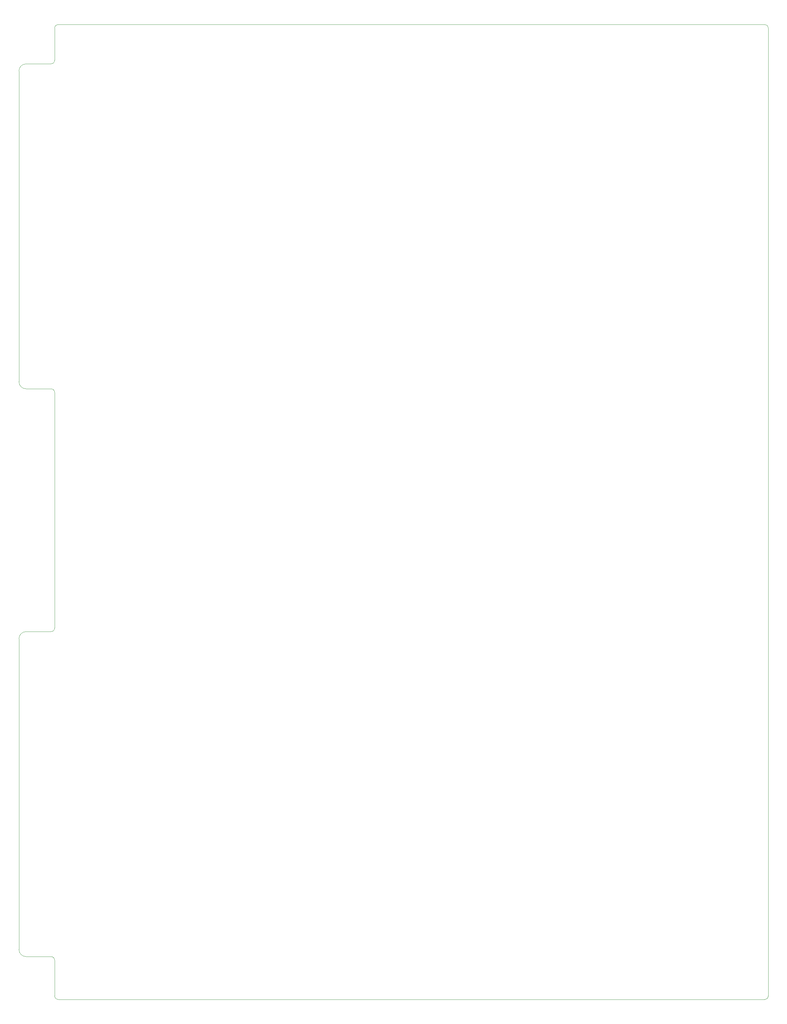
<source format=gm1>
G04 #@! TF.GenerationSoftware,KiCad,Pcbnew,(7.0.0)*
G04 #@! TF.CreationDate,2023-04-04T22:29:16+02:00*
G04 #@! TF.ProjectId,kim-1,6b696d2d-312e-46b6-9963-61645f706362,rev?*
G04 #@! TF.SameCoordinates,Original*
G04 #@! TF.FileFunction,Profile,NP*
%FSLAX46Y46*%
G04 Gerber Fmt 4.6, Leading zero omitted, Abs format (unit mm)*
G04 Created by KiCad (PCBNEW (7.0.0)) date 2023-04-04 22:29:16*
%MOMM*%
%LPD*%
G01*
G04 APERTURE LIST*
G04 #@! TA.AperFunction,Profile*
%ADD10C,0.100000*%
G04 #@! TD*
G04 APERTURE END LIST*
D10*
X45178825Y-318603954D02*
X52178825Y-318603954D01*
X52178825Y-68604025D02*
G75*
G03*
X53178825Y-67603954I-25J1000025D01*
G01*
X43178825Y-229603954D02*
X43178825Y-316603954D01*
X45178825Y-227603955D02*
G75*
G03*
X43178825Y-229603954I-5J-1999995D01*
G01*
X53178825Y-67603954D02*
X53178825Y-58603954D01*
X53178825Y-160603954D02*
X53178825Y-226603954D01*
X52178825Y-227603954D02*
X45178825Y-227603954D01*
X253178846Y-58603954D02*
G75*
G03*
X252178825Y-57603954I-1000046J-46D01*
G01*
X53178846Y-329603954D02*
G75*
G03*
X54178825Y-330603954I999954J-46D01*
G01*
X253178825Y-329603954D02*
X253178825Y-58603954D01*
X53178825Y-319603954D02*
X53178825Y-329603954D01*
X53178846Y-160603954D02*
G75*
G03*
X52178825Y-159603954I-1000046J-46D01*
G01*
X43178846Y-157603954D02*
G75*
G03*
X45178825Y-159603954I1999954J-46D01*
G01*
X43178825Y-157603954D02*
X43178825Y-70603954D01*
X52178825Y-159603954D02*
X45178825Y-159603954D01*
X53178846Y-319603954D02*
G75*
G03*
X52178825Y-318603954I-1000046J-46D01*
G01*
X54178825Y-57603954D02*
X252178825Y-57603954D01*
X252178825Y-330604025D02*
G75*
G03*
X253178825Y-329603954I-25J1000025D01*
G01*
X54178825Y-330603954D02*
X252178825Y-330603954D01*
X54178825Y-57604025D02*
G75*
G03*
X53178825Y-58603954I-25J-999975D01*
G01*
X45178825Y-68603954D02*
X52178825Y-68603954D01*
X45178825Y-68603955D02*
G75*
G03*
X43178825Y-70603954I-5J-1999995D01*
G01*
X43178846Y-316603954D02*
G75*
G03*
X45178825Y-318603954I1999954J-46D01*
G01*
X52178825Y-227604025D02*
G75*
G03*
X53178825Y-226603954I-25J1000025D01*
G01*
M02*

</source>
